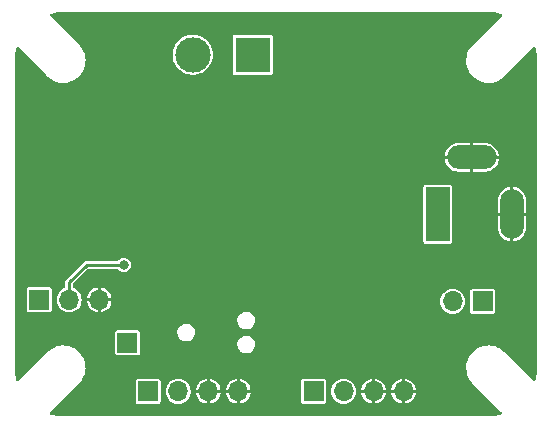
<source format=gbr>
%TF.GenerationSoftware,KiCad,Pcbnew,(7.0.0)*%
%TF.CreationDate,2023-03-04T14:16:48-06:00*%
%TF.ProjectId,pic16-pump-controller,70696331-362d-4707-956d-702d636f6e74,rev?*%
%TF.SameCoordinates,Original*%
%TF.FileFunction,Copper,L2,Bot*%
%TF.FilePolarity,Positive*%
%FSLAX46Y46*%
G04 Gerber Fmt 4.6, Leading zero omitted, Abs format (unit mm)*
G04 Created by KiCad (PCBNEW (7.0.0)) date 2023-03-04 14:16:48*
%MOMM*%
%LPD*%
G01*
G04 APERTURE LIST*
%TA.AperFunction,ComponentPad*%
%ADD10R,1.700000X1.700000*%
%TD*%
%TA.AperFunction,ComponentPad*%
%ADD11O,1.700000X1.700000*%
%TD*%
%TA.AperFunction,ComponentPad*%
%ADD12R,3.000000X3.000000*%
%TD*%
%TA.AperFunction,ComponentPad*%
%ADD13C,3.000000*%
%TD*%
%TA.AperFunction,ComponentPad*%
%ADD14R,2.000000X4.600000*%
%TD*%
%TA.AperFunction,ComponentPad*%
%ADD15O,2.000000X4.200000*%
%TD*%
%TA.AperFunction,ComponentPad*%
%ADD16O,4.200000X2.000000*%
%TD*%
%TA.AperFunction,ViaPad*%
%ADD17C,0.800000*%
%TD*%
%TA.AperFunction,Conductor*%
%ADD18C,0.254000*%
%TD*%
G04 APERTURE END LIST*
D10*
%TO.P,TP1,1,1*%
%TO.N,RST*%
X87426799Y-110896399D03*
%TD*%
D11*
%TO.P,JP1,2,B*%
%TO.N,+5V*%
X114959999Y-107391199D03*
D10*
%TO.P,JP1,1,A*%
%TO.N,/VIN*%
X117499999Y-107391199D03*
%TD*%
%TO.P,J6,1,Pin_1*%
%TO.N,SOIL_MST*%
X79959999Y-107249999D03*
D11*
%TO.P,J6,2,Pin_2*%
%TO.N,+5V*%
X82499999Y-107249999D03*
%TO.P,J6,3,Pin_3*%
%TO.N,GND*%
X85039999Y-107249999D03*
%TD*%
D10*
%TO.P,J4,1,Pin_1*%
%TO.N,+5V*%
X103189999Y-114999999D03*
D11*
%TO.P,J4,2,Pin_2*%
%TO.N,LVL_SW2*%
X105729999Y-114999999D03*
%TO.P,J4,3,Pin_3*%
%TO.N,GND*%
X108269999Y-114999999D03*
%TO.P,J4,4,Pin_4*%
X110809999Y-114999999D03*
%TD*%
D10*
%TO.P,J3,1,Pin_1*%
%TO.N,+5V*%
X89189999Y-114999999D03*
D11*
%TO.P,J3,2,Pin_2*%
%TO.N,LVL_SW1*%
X91729999Y-114999999D03*
%TO.P,J3,3,Pin_3*%
%TO.N,GND*%
X94269999Y-114999999D03*
%TO.P,J3,4,Pin_4*%
X96809999Y-114999999D03*
%TD*%
D12*
%TO.P,J1,1,Pin_1*%
%TO.N,+12V*%
X98039999Y-86499999D03*
D13*
%TO.P,J1,2,Pin_2*%
%TO.N,/PUMP_N*%
X92960000Y-86500000D03*
%TD*%
D14*
%TO.P,J2,1*%
%TO.N,/VIN*%
X113690399Y-99999999D03*
D15*
%TO.P,J2,2*%
%TO.N,GND*%
X119990399Y-99999999D03*
D16*
%TO.P,J2,3*%
X116590399Y-95199999D03*
%TD*%
D17*
%TO.N,GND*%
X78486000Y-96012000D03*
X78435200Y-103987600D03*
%TO.N,+5V*%
X87122000Y-104292400D03*
%TO.N,GND*%
X101041200Y-93827600D03*
X105257600Y-101981000D03*
X105257600Y-104648000D03*
X105257600Y-103284000D03*
X102235000Y-104648000D03*
X102235000Y-101981000D03*
X102514400Y-84505000D03*
X102514400Y-83667600D03*
X102514400Y-85344000D03*
X109474000Y-84505000D03*
X109474000Y-83667600D03*
X109474000Y-85344000D03*
X108508800Y-83668400D03*
X108508800Y-84505800D03*
X108508800Y-85344800D03*
X106857800Y-86106000D03*
X107721400Y-86106000D03*
X105130600Y-86106000D03*
X105994200Y-86106000D03*
X104267000Y-86106000D03*
X103479600Y-83667600D03*
X103479600Y-85344000D03*
X103479600Y-84505000D03*
X107862400Y-96647000D03*
X108726000Y-96647000D03*
X105562400Y-89154000D03*
X106426000Y-89154000D03*
X106426000Y-92456000D03*
X105562400Y-92456000D03*
X102235000Y-103284000D03*
X87147400Y-102565200D03*
X106908600Y-107696000D03*
X101320600Y-108839000D03*
X94945200Y-111760000D03*
X87706200Y-97053400D03*
X87172800Y-98958400D03*
X90500200Y-91998800D03*
X99187000Y-98958400D03*
%TD*%
D18*
%TO.N,+5V*%
X82500000Y-105764800D02*
X82500000Y-107250000D01*
X83972400Y-104292400D02*
X82500000Y-105764800D01*
X87122000Y-104292400D02*
X83972400Y-104292400D01*
%TD*%
%TA.AperFunction,Conductor*%
%TO.N,GND*%
G36*
X118001618Y-82881552D02*
G01*
X118266128Y-82890212D01*
X118272591Y-82890636D01*
X118326008Y-82895896D01*
X118534344Y-82916416D01*
X118540749Y-82917258D01*
X118800287Y-82960108D01*
X118806633Y-82961371D01*
X119054252Y-83019108D01*
X119076712Y-83027311D01*
X119091124Y-83034654D01*
X119123119Y-83060563D01*
X119127643Y-83066150D01*
X119146332Y-83102833D01*
X119148192Y-83109776D01*
X119150346Y-83150874D01*
X119149222Y-83157974D01*
X119134468Y-83196415D01*
X119124772Y-83211345D01*
X119111746Y-83227429D01*
X116647685Y-85691390D01*
X116647672Y-85691403D01*
X116647191Y-85691885D01*
X116647058Y-85692070D01*
X116646743Y-85692412D01*
X116580967Y-85758190D01*
X116580953Y-85758205D01*
X116578576Y-85760583D01*
X116576537Y-85763270D01*
X116576535Y-85763274D01*
X116425090Y-85962983D01*
X116425084Y-85962992D01*
X116423048Y-85965677D01*
X116421393Y-85968620D01*
X116421390Y-85968625D01*
X116298557Y-86187083D01*
X116298551Y-86187095D01*
X116296896Y-86190039D01*
X116295659Y-86193173D01*
X116295654Y-86193186D01*
X116203709Y-86426342D01*
X116203704Y-86426355D01*
X116202469Y-86429489D01*
X116201669Y-86432771D01*
X116201667Y-86432778D01*
X116142326Y-86676285D01*
X116142324Y-86676296D01*
X116141527Y-86679567D01*
X116141182Y-86682916D01*
X116141181Y-86682926D01*
X116115549Y-86932253D01*
X116115204Y-86935613D01*
X116115319Y-86938984D01*
X116115319Y-86938990D01*
X116117611Y-87006083D01*
X116123992Y-87192859D01*
X116124566Y-87196193D01*
X116124567Y-87196194D01*
X116167151Y-87443182D01*
X116167153Y-87443191D01*
X116167726Y-87446513D01*
X116245593Y-87691849D01*
X116356140Y-87924296D01*
X116357992Y-87927120D01*
X116357994Y-87927123D01*
X116495285Y-88136441D01*
X116497309Y-88139526D01*
X116666471Y-88333529D01*
X116860474Y-88502691D01*
X117075704Y-88643860D01*
X117308151Y-88754407D01*
X117553487Y-88832274D01*
X117807141Y-88876008D01*
X118064387Y-88884796D01*
X118320433Y-88858473D01*
X118570511Y-88797531D01*
X118809961Y-88703104D01*
X119034323Y-88576952D01*
X119239417Y-88421424D01*
X119285166Y-88375673D01*
X119285341Y-88375525D01*
X119285453Y-88375472D01*
X121772567Y-85888253D01*
X121788638Y-85875239D01*
X121803592Y-85865528D01*
X121842013Y-85850781D01*
X121849114Y-85849656D01*
X121890224Y-85851808D01*
X121897171Y-85853670D01*
X121933856Y-85872364D01*
X121939443Y-85876889D01*
X121965342Y-85908872D01*
X121972686Y-85923286D01*
X121980891Y-85945750D01*
X122038626Y-86193362D01*
X122039890Y-86199716D01*
X122082738Y-86459239D01*
X122083583Y-86465663D01*
X122109362Y-86727408D01*
X122109786Y-86733871D01*
X122118447Y-86998411D01*
X122118500Y-87001651D01*
X122118500Y-112998380D01*
X122118447Y-113001620D01*
X122109787Y-113266128D01*
X122109363Y-113272591D01*
X122083584Y-113534336D01*
X122082739Y-113540760D01*
X122039891Y-113800283D01*
X122038627Y-113806636D01*
X121980893Y-114054246D01*
X121972687Y-114076714D01*
X121965342Y-114091128D01*
X121939441Y-114123114D01*
X121933855Y-114127638D01*
X121897166Y-114146332D01*
X121890223Y-114148192D01*
X121849125Y-114150346D01*
X121842025Y-114149222D01*
X121803586Y-114134468D01*
X121788654Y-114124771D01*
X121772568Y-114111745D01*
X121742157Y-114081333D01*
X119308115Y-111647191D01*
X119307922Y-111647053D01*
X119307578Y-111646736D01*
X119241811Y-111580970D01*
X119239417Y-111578576D01*
X119129806Y-111495455D01*
X119037016Y-111425090D01*
X119037014Y-111425088D01*
X119034323Y-111423048D01*
X118912741Y-111354686D01*
X118812916Y-111298557D01*
X118812910Y-111298554D01*
X118809961Y-111296896D01*
X118806820Y-111295657D01*
X118806813Y-111295654D01*
X118573657Y-111203709D01*
X118573648Y-111203706D01*
X118570511Y-111202469D01*
X118567224Y-111201668D01*
X118567221Y-111201667D01*
X118323714Y-111142326D01*
X118323706Y-111142324D01*
X118320433Y-111141527D01*
X118317081Y-111141182D01*
X118317073Y-111141181D01*
X118067746Y-111115549D01*
X118067741Y-111115548D01*
X118064387Y-111115204D01*
X118061014Y-111115319D01*
X118061009Y-111115319D01*
X117810529Y-111123876D01*
X117810525Y-111123876D01*
X117807141Y-111123992D01*
X117803807Y-111124566D01*
X117803805Y-111124567D01*
X117556817Y-111167151D01*
X117556805Y-111167153D01*
X117553487Y-111167726D01*
X117550266Y-111168748D01*
X117550259Y-111168750D01*
X117311373Y-111244570D01*
X117311368Y-111244571D01*
X117308151Y-111245593D01*
X117305102Y-111247042D01*
X117305097Y-111247045D01*
X117078760Y-111354686D01*
X117078752Y-111354690D01*
X117075704Y-111356140D01*
X117072885Y-111357988D01*
X117072876Y-111357994D01*
X116863299Y-111495455D01*
X116863288Y-111495463D01*
X116860474Y-111497309D01*
X116857934Y-111499523D01*
X116857927Y-111499529D01*
X116669024Y-111664244D01*
X116669016Y-111664251D01*
X116666471Y-111666471D01*
X116664251Y-111669016D01*
X116664244Y-111669024D01*
X116499529Y-111857927D01*
X116499523Y-111857934D01*
X116497309Y-111860474D01*
X116495463Y-111863288D01*
X116495455Y-111863299D01*
X116357994Y-112072876D01*
X116357988Y-112072885D01*
X116356140Y-112075704D01*
X116354690Y-112078752D01*
X116354686Y-112078760D01*
X116247045Y-112305097D01*
X116245593Y-112308151D01*
X116244571Y-112311368D01*
X116244570Y-112311373D01*
X116168750Y-112550259D01*
X116168748Y-112550266D01*
X116167726Y-112553487D01*
X116167153Y-112556805D01*
X116167151Y-112556817D01*
X116124567Y-112803805D01*
X116123992Y-112807141D01*
X116123876Y-112810525D01*
X116123876Y-112810529D01*
X116116324Y-113031611D01*
X116115204Y-113064387D01*
X116115548Y-113067741D01*
X116115549Y-113067746D01*
X116141181Y-113317073D01*
X116141182Y-113317081D01*
X116141527Y-113320433D01*
X116142324Y-113323706D01*
X116142326Y-113323714D01*
X116180102Y-113478727D01*
X116202469Y-113570511D01*
X116203706Y-113573648D01*
X116203709Y-113573657D01*
X116295654Y-113806813D01*
X116295657Y-113806820D01*
X116296896Y-113809961D01*
X116298554Y-113812910D01*
X116298557Y-113812916D01*
X116375887Y-113950447D01*
X116423048Y-114034323D01*
X116425088Y-114037014D01*
X116425090Y-114037016D01*
X116447029Y-114065947D01*
X116578576Y-114239417D01*
X116580967Y-114241808D01*
X116624323Y-114285164D01*
X116624473Y-114285341D01*
X116624528Y-114285453D01*
X119097750Y-116758573D01*
X119111739Y-116772561D01*
X119124763Y-116788643D01*
X119134468Y-116803587D01*
X119149221Y-116842024D01*
X119150345Y-116849123D01*
X119148190Y-116890227D01*
X119146330Y-116897169D01*
X119127637Y-116933854D01*
X119123113Y-116939440D01*
X119091125Y-116965342D01*
X119076710Y-116972687D01*
X119054245Y-116980892D01*
X118806637Y-117038626D01*
X118800283Y-117039890D01*
X118540760Y-117082738D01*
X118534336Y-117083583D01*
X118272591Y-117109362D01*
X118266128Y-117109786D01*
X118006842Y-117118274D01*
X118001587Y-117118447D01*
X117998349Y-117118500D01*
X82001620Y-117118500D01*
X81998382Y-117118447D01*
X81988678Y-117118129D01*
X81733871Y-117109787D01*
X81727408Y-117109363D01*
X81465663Y-117083584D01*
X81459239Y-117082739D01*
X81199716Y-117039891D01*
X81193363Y-117038627D01*
X80945750Y-116980892D01*
X80923285Y-116972687D01*
X80913767Y-116967837D01*
X80908871Y-116965343D01*
X80876888Y-116939444D01*
X80872363Y-116933857D01*
X80853668Y-116897169D01*
X80851806Y-116890221D01*
X80849653Y-116849125D01*
X80849653Y-116849123D01*
X80850778Y-116842022D01*
X80865530Y-116803587D01*
X80875228Y-116788653D01*
X80888249Y-116772572D01*
X81791110Y-115869748D01*
X88139500Y-115869748D01*
X88140446Y-115874506D01*
X88140447Y-115874511D01*
X88141534Y-115879976D01*
X88151133Y-115928231D01*
X88156550Y-115936338D01*
X88156551Y-115936340D01*
X88190028Y-115986441D01*
X88195448Y-115994552D01*
X88261769Y-116038867D01*
X88320252Y-116050500D01*
X90054890Y-116050500D01*
X90059748Y-116050500D01*
X90118231Y-116038867D01*
X90184552Y-115994552D01*
X90228867Y-115928231D01*
X90240500Y-115869748D01*
X90240500Y-115000000D01*
X90674417Y-115000000D01*
X90694700Y-115205934D01*
X90754768Y-115403954D01*
X90757062Y-115408246D01*
X90757063Y-115408248D01*
X90850023Y-115582163D01*
X90850025Y-115582166D01*
X90852315Y-115586450D01*
X90983590Y-115746410D01*
X91143550Y-115877685D01*
X91326046Y-115975232D01*
X91524066Y-116035300D01*
X91730000Y-116055583D01*
X91935934Y-116035300D01*
X92133954Y-115975232D01*
X92316450Y-115877685D01*
X92476410Y-115746410D01*
X92607685Y-115586450D01*
X92705232Y-115403954D01*
X92765300Y-115205934D01*
X92771716Y-115140791D01*
X93228785Y-115140791D01*
X93234714Y-115200992D01*
X93236604Y-115210492D01*
X93293819Y-115399105D01*
X93297526Y-115408054D01*
X93390440Y-115581884D01*
X93395815Y-115589929D01*
X93520855Y-115742290D01*
X93527709Y-115749144D01*
X93680070Y-115874184D01*
X93688115Y-115879559D01*
X93861945Y-115972473D01*
X93870894Y-115976180D01*
X94059507Y-116033395D01*
X94069007Y-116035285D01*
X94129208Y-116041214D01*
X94139990Y-116039252D01*
X94143000Y-116028714D01*
X94397000Y-116028714D01*
X94400009Y-116039252D01*
X94410791Y-116041214D01*
X94470992Y-116035285D01*
X94480492Y-116033395D01*
X94669105Y-115976180D01*
X94678054Y-115972473D01*
X94851884Y-115879559D01*
X94859929Y-115874184D01*
X95012290Y-115749144D01*
X95019144Y-115742290D01*
X95144184Y-115589929D01*
X95149559Y-115581884D01*
X95242473Y-115408054D01*
X95246180Y-115399105D01*
X95303395Y-115210492D01*
X95305285Y-115200992D01*
X95311214Y-115140791D01*
X95768785Y-115140791D01*
X95774714Y-115200992D01*
X95776604Y-115210492D01*
X95833819Y-115399105D01*
X95837526Y-115408054D01*
X95930440Y-115581884D01*
X95935815Y-115589929D01*
X96060855Y-115742290D01*
X96067709Y-115749144D01*
X96220070Y-115874184D01*
X96228115Y-115879559D01*
X96401945Y-115972473D01*
X96410894Y-115976180D01*
X96599507Y-116033395D01*
X96609007Y-116035285D01*
X96669208Y-116041214D01*
X96679990Y-116039252D01*
X96683000Y-116028714D01*
X96937000Y-116028714D01*
X96940009Y-116039252D01*
X96950791Y-116041214D01*
X97010992Y-116035285D01*
X97020492Y-116033395D01*
X97209105Y-115976180D01*
X97218054Y-115972473D01*
X97391884Y-115879559D01*
X97399929Y-115874184D01*
X97405334Y-115869748D01*
X102139500Y-115869748D01*
X102140446Y-115874506D01*
X102140447Y-115874511D01*
X102141534Y-115879976D01*
X102151133Y-115928231D01*
X102156550Y-115936338D01*
X102156551Y-115936340D01*
X102190028Y-115986441D01*
X102195448Y-115994552D01*
X102261769Y-116038867D01*
X102320252Y-116050500D01*
X104054890Y-116050500D01*
X104059748Y-116050500D01*
X104118231Y-116038867D01*
X104184552Y-115994552D01*
X104228867Y-115928231D01*
X104240500Y-115869748D01*
X104240500Y-115000000D01*
X104674417Y-115000000D01*
X104694700Y-115205934D01*
X104754768Y-115403954D01*
X104757062Y-115408246D01*
X104757063Y-115408248D01*
X104850023Y-115582163D01*
X104850025Y-115582166D01*
X104852315Y-115586450D01*
X104983590Y-115746410D01*
X105143550Y-115877685D01*
X105326046Y-115975232D01*
X105524066Y-116035300D01*
X105730000Y-116055583D01*
X105935934Y-116035300D01*
X106133954Y-115975232D01*
X106316450Y-115877685D01*
X106476410Y-115746410D01*
X106607685Y-115586450D01*
X106705232Y-115403954D01*
X106765300Y-115205934D01*
X106771716Y-115140791D01*
X107228785Y-115140791D01*
X107234714Y-115200992D01*
X107236604Y-115210492D01*
X107293819Y-115399105D01*
X107297526Y-115408054D01*
X107390440Y-115581884D01*
X107395815Y-115589929D01*
X107520855Y-115742290D01*
X107527709Y-115749144D01*
X107680070Y-115874184D01*
X107688115Y-115879559D01*
X107861945Y-115972473D01*
X107870894Y-115976180D01*
X108059507Y-116033395D01*
X108069007Y-116035285D01*
X108129208Y-116041214D01*
X108139990Y-116039252D01*
X108143000Y-116028714D01*
X108397000Y-116028714D01*
X108400009Y-116039252D01*
X108410791Y-116041214D01*
X108470992Y-116035285D01*
X108480492Y-116033395D01*
X108669105Y-115976180D01*
X108678054Y-115972473D01*
X108851884Y-115879559D01*
X108859929Y-115874184D01*
X109012290Y-115749144D01*
X109019144Y-115742290D01*
X109144184Y-115589929D01*
X109149559Y-115581884D01*
X109242473Y-115408054D01*
X109246180Y-115399105D01*
X109303395Y-115210492D01*
X109305285Y-115200992D01*
X109311214Y-115140791D01*
X109768785Y-115140791D01*
X109774714Y-115200992D01*
X109776604Y-115210492D01*
X109833819Y-115399105D01*
X109837526Y-115408054D01*
X109930440Y-115581884D01*
X109935815Y-115589929D01*
X110060855Y-115742290D01*
X110067709Y-115749144D01*
X110220070Y-115874184D01*
X110228115Y-115879559D01*
X110401945Y-115972473D01*
X110410894Y-115976180D01*
X110599507Y-116033395D01*
X110609007Y-116035285D01*
X110669208Y-116041214D01*
X110679990Y-116039252D01*
X110683000Y-116028714D01*
X110937000Y-116028714D01*
X110940009Y-116039252D01*
X110950791Y-116041214D01*
X111010992Y-116035285D01*
X111020492Y-116033395D01*
X111209105Y-115976180D01*
X111218054Y-115972473D01*
X111391884Y-115879559D01*
X111399929Y-115874184D01*
X111552290Y-115749144D01*
X111559144Y-115742290D01*
X111684184Y-115589929D01*
X111689559Y-115581884D01*
X111782473Y-115408054D01*
X111786180Y-115399105D01*
X111843395Y-115210492D01*
X111845285Y-115200992D01*
X111851214Y-115140791D01*
X111849252Y-115130009D01*
X111838714Y-115127000D01*
X110950033Y-115127000D01*
X110939754Y-115129754D01*
X110937000Y-115140033D01*
X110937000Y-116028714D01*
X110683000Y-116028714D01*
X110683000Y-115140033D01*
X110680245Y-115129754D01*
X110669967Y-115127000D01*
X109781286Y-115127000D01*
X109770747Y-115130009D01*
X109768785Y-115140791D01*
X109311214Y-115140791D01*
X109309252Y-115130009D01*
X109298714Y-115127000D01*
X108410033Y-115127000D01*
X108399754Y-115129754D01*
X108397000Y-115140033D01*
X108397000Y-116028714D01*
X108143000Y-116028714D01*
X108143000Y-115140033D01*
X108140245Y-115129754D01*
X108129967Y-115127000D01*
X107241286Y-115127000D01*
X107230747Y-115130009D01*
X107228785Y-115140791D01*
X106771716Y-115140791D01*
X106785583Y-115000000D01*
X106771716Y-114859208D01*
X107228785Y-114859208D01*
X107230747Y-114869990D01*
X107241286Y-114873000D01*
X108129967Y-114873000D01*
X108140245Y-114870245D01*
X108143000Y-114859967D01*
X108397000Y-114859967D01*
X108399754Y-114870245D01*
X108410033Y-114873000D01*
X109298714Y-114873000D01*
X109309252Y-114869990D01*
X109311214Y-114859208D01*
X109768785Y-114859208D01*
X109770747Y-114869990D01*
X109781286Y-114873000D01*
X110669967Y-114873000D01*
X110680245Y-114870245D01*
X110683000Y-114859967D01*
X110937000Y-114859967D01*
X110939754Y-114870245D01*
X110950033Y-114873000D01*
X111838714Y-114873000D01*
X111849252Y-114869990D01*
X111851214Y-114859208D01*
X111845285Y-114799007D01*
X111843395Y-114789507D01*
X111786180Y-114600894D01*
X111782473Y-114591945D01*
X111689559Y-114418115D01*
X111684184Y-114410070D01*
X111559144Y-114257709D01*
X111552290Y-114250855D01*
X111399929Y-114125815D01*
X111391884Y-114120440D01*
X111218054Y-114027526D01*
X111209105Y-114023819D01*
X111020492Y-113966604D01*
X111010992Y-113964714D01*
X110950791Y-113958785D01*
X110940009Y-113960747D01*
X110937000Y-113971286D01*
X110937000Y-114859967D01*
X110683000Y-114859967D01*
X110683000Y-113971286D01*
X110679990Y-113960747D01*
X110669208Y-113958785D01*
X110609007Y-113964714D01*
X110599507Y-113966604D01*
X110410894Y-114023819D01*
X110401945Y-114027526D01*
X110228115Y-114120440D01*
X110220070Y-114125815D01*
X110067709Y-114250855D01*
X110060855Y-114257709D01*
X109935815Y-114410070D01*
X109930440Y-114418115D01*
X109837526Y-114591945D01*
X109833819Y-114600894D01*
X109776604Y-114789507D01*
X109774714Y-114799007D01*
X109768785Y-114859208D01*
X109311214Y-114859208D01*
X109305285Y-114799007D01*
X109303395Y-114789507D01*
X109246180Y-114600894D01*
X109242473Y-114591945D01*
X109149559Y-114418115D01*
X109144184Y-114410070D01*
X109019144Y-114257709D01*
X109012290Y-114250855D01*
X108859929Y-114125815D01*
X108851884Y-114120440D01*
X108678054Y-114027526D01*
X108669105Y-114023819D01*
X108480492Y-113966604D01*
X108470992Y-113964714D01*
X108410791Y-113958785D01*
X108400009Y-113960747D01*
X108397000Y-113971286D01*
X108397000Y-114859967D01*
X108143000Y-114859967D01*
X108143000Y-113971286D01*
X108139990Y-113960747D01*
X108129208Y-113958785D01*
X108069007Y-113964714D01*
X108059507Y-113966604D01*
X107870894Y-114023819D01*
X107861945Y-114027526D01*
X107688115Y-114120440D01*
X107680070Y-114125815D01*
X107527709Y-114250855D01*
X107520855Y-114257709D01*
X107395815Y-114410070D01*
X107390440Y-114418115D01*
X107297526Y-114591945D01*
X107293819Y-114600894D01*
X107236604Y-114789507D01*
X107234714Y-114799007D01*
X107228785Y-114859208D01*
X106771716Y-114859208D01*
X106765300Y-114794066D01*
X106705232Y-114596046D01*
X106607685Y-114413550D01*
X106476410Y-114253590D01*
X106354617Y-114153638D01*
X106320208Y-114125399D01*
X106320207Y-114125398D01*
X106316450Y-114122315D01*
X106312166Y-114120025D01*
X106312163Y-114120023D01*
X106138248Y-114027063D01*
X106138246Y-114027062D01*
X106133954Y-114024768D01*
X106129293Y-114023354D01*
X105940590Y-113966112D01*
X105940586Y-113966111D01*
X105935934Y-113964700D01*
X105730000Y-113944417D01*
X105725157Y-113944894D01*
X105528908Y-113964223D01*
X105528907Y-113964223D01*
X105524066Y-113964700D01*
X105519415Y-113966110D01*
X105519409Y-113966112D01*
X105330706Y-114023354D01*
X105330702Y-114023355D01*
X105326046Y-114024768D01*
X105321757Y-114027060D01*
X105321751Y-114027063D01*
X105147836Y-114120023D01*
X105147828Y-114120028D01*
X105143550Y-114122315D01*
X105139796Y-114125394D01*
X105139791Y-114125399D01*
X104987354Y-114250500D01*
X104987348Y-114250505D01*
X104983590Y-114253590D01*
X104980505Y-114257348D01*
X104980500Y-114257354D01*
X104855399Y-114409791D01*
X104855394Y-114409796D01*
X104852315Y-114413550D01*
X104850028Y-114417828D01*
X104850023Y-114417836D01*
X104757063Y-114591751D01*
X104757060Y-114591757D01*
X104754768Y-114596046D01*
X104753355Y-114600702D01*
X104753354Y-114600706D01*
X104696112Y-114789409D01*
X104696110Y-114789415D01*
X104694700Y-114794066D01*
X104674417Y-115000000D01*
X104240500Y-115000000D01*
X104240500Y-114130252D01*
X104228867Y-114071769D01*
X104184552Y-114005448D01*
X104126419Y-113966604D01*
X104126340Y-113966551D01*
X104126338Y-113966550D01*
X104118231Y-113961133D01*
X104108667Y-113959230D01*
X104108666Y-113959230D01*
X104064511Y-113950447D01*
X104064506Y-113950446D01*
X104059748Y-113949500D01*
X102320252Y-113949500D01*
X102315494Y-113950446D01*
X102315488Y-113950447D01*
X102271333Y-113959230D01*
X102271330Y-113959231D01*
X102261769Y-113961133D01*
X102253663Y-113966549D01*
X102253659Y-113966551D01*
X102203558Y-114000028D01*
X102203555Y-114000030D01*
X102195448Y-114005448D01*
X102190030Y-114013555D01*
X102190028Y-114013558D01*
X102156551Y-114063659D01*
X102156549Y-114063663D01*
X102151133Y-114071769D01*
X102149231Y-114081330D01*
X102149230Y-114081333D01*
X102140447Y-114125488D01*
X102140446Y-114125494D01*
X102139500Y-114130252D01*
X102139500Y-115869748D01*
X97405334Y-115869748D01*
X97552290Y-115749144D01*
X97559144Y-115742290D01*
X97684184Y-115589929D01*
X97689559Y-115581884D01*
X97782473Y-115408054D01*
X97786180Y-115399105D01*
X97843395Y-115210492D01*
X97845285Y-115200992D01*
X97851214Y-115140791D01*
X97849252Y-115130009D01*
X97838714Y-115127000D01*
X96950033Y-115127000D01*
X96939754Y-115129754D01*
X96937000Y-115140033D01*
X96937000Y-116028714D01*
X96683000Y-116028714D01*
X96683000Y-115140033D01*
X96680245Y-115129754D01*
X96669967Y-115127000D01*
X95781286Y-115127000D01*
X95770747Y-115130009D01*
X95768785Y-115140791D01*
X95311214Y-115140791D01*
X95309252Y-115130009D01*
X95298714Y-115127000D01*
X94410033Y-115127000D01*
X94399754Y-115129754D01*
X94397000Y-115140033D01*
X94397000Y-116028714D01*
X94143000Y-116028714D01*
X94143000Y-115140033D01*
X94140245Y-115129754D01*
X94129967Y-115127000D01*
X93241286Y-115127000D01*
X93230747Y-115130009D01*
X93228785Y-115140791D01*
X92771716Y-115140791D01*
X92785583Y-115000000D01*
X92771716Y-114859208D01*
X93228785Y-114859208D01*
X93230747Y-114869990D01*
X93241286Y-114873000D01*
X94129967Y-114873000D01*
X94140245Y-114870245D01*
X94143000Y-114859967D01*
X94397000Y-114859967D01*
X94399754Y-114870245D01*
X94410033Y-114873000D01*
X95298714Y-114873000D01*
X95309252Y-114869990D01*
X95311214Y-114859208D01*
X95768785Y-114859208D01*
X95770747Y-114869990D01*
X95781286Y-114873000D01*
X96669967Y-114873000D01*
X96680245Y-114870245D01*
X96683000Y-114859967D01*
X96937000Y-114859967D01*
X96939754Y-114870245D01*
X96950033Y-114873000D01*
X97838714Y-114873000D01*
X97849252Y-114869990D01*
X97851214Y-114859208D01*
X97845285Y-114799007D01*
X97843395Y-114789507D01*
X97786180Y-114600894D01*
X97782473Y-114591945D01*
X97689559Y-114418115D01*
X97684184Y-114410070D01*
X97559144Y-114257709D01*
X97552290Y-114250855D01*
X97399929Y-114125815D01*
X97391884Y-114120440D01*
X97218054Y-114027526D01*
X97209105Y-114023819D01*
X97020492Y-113966604D01*
X97010992Y-113964714D01*
X96950791Y-113958785D01*
X96940009Y-113960747D01*
X96937000Y-113971286D01*
X96937000Y-114859967D01*
X96683000Y-114859967D01*
X96683000Y-113971286D01*
X96679990Y-113960747D01*
X96669208Y-113958785D01*
X96609007Y-113964714D01*
X96599507Y-113966604D01*
X96410894Y-114023819D01*
X96401945Y-114027526D01*
X96228115Y-114120440D01*
X96220070Y-114125815D01*
X96067709Y-114250855D01*
X96060855Y-114257709D01*
X95935815Y-114410070D01*
X95930440Y-114418115D01*
X95837526Y-114591945D01*
X95833819Y-114600894D01*
X95776604Y-114789507D01*
X95774714Y-114799007D01*
X95768785Y-114859208D01*
X95311214Y-114859208D01*
X95305285Y-114799007D01*
X95303395Y-114789507D01*
X95246180Y-114600894D01*
X95242473Y-114591945D01*
X95149559Y-114418115D01*
X95144184Y-114410070D01*
X95019144Y-114257709D01*
X95012290Y-114250855D01*
X94859929Y-114125815D01*
X94851884Y-114120440D01*
X94678054Y-114027526D01*
X94669105Y-114023819D01*
X94480492Y-113966604D01*
X94470992Y-113964714D01*
X94410791Y-113958785D01*
X94400009Y-113960747D01*
X94397000Y-113971286D01*
X94397000Y-114859967D01*
X94143000Y-114859967D01*
X94143000Y-113971286D01*
X94139990Y-113960747D01*
X94129208Y-113958785D01*
X94069007Y-113964714D01*
X94059507Y-113966604D01*
X93870894Y-114023819D01*
X93861945Y-114027526D01*
X93688115Y-114120440D01*
X93680070Y-114125815D01*
X93527709Y-114250855D01*
X93520855Y-114257709D01*
X93395815Y-114410070D01*
X93390440Y-114418115D01*
X93297526Y-114591945D01*
X93293819Y-114600894D01*
X93236604Y-114789507D01*
X93234714Y-114799007D01*
X93228785Y-114859208D01*
X92771716Y-114859208D01*
X92765300Y-114794066D01*
X92705232Y-114596046D01*
X92607685Y-114413550D01*
X92476410Y-114253590D01*
X92354617Y-114153638D01*
X92320208Y-114125399D01*
X92320207Y-114125398D01*
X92316450Y-114122315D01*
X92312166Y-114120025D01*
X92312163Y-114120023D01*
X92138248Y-114027063D01*
X92138246Y-114027062D01*
X92133954Y-114024768D01*
X92129293Y-114023354D01*
X91940590Y-113966112D01*
X91940586Y-113966111D01*
X91935934Y-113964700D01*
X91730000Y-113944417D01*
X91725157Y-113944894D01*
X91528908Y-113964223D01*
X91528907Y-113964223D01*
X91524066Y-113964700D01*
X91519415Y-113966110D01*
X91519409Y-113966112D01*
X91330706Y-114023354D01*
X91330702Y-114023355D01*
X91326046Y-114024768D01*
X91321757Y-114027060D01*
X91321751Y-114027063D01*
X91147836Y-114120023D01*
X91147828Y-114120028D01*
X91143550Y-114122315D01*
X91139796Y-114125394D01*
X91139791Y-114125399D01*
X90987354Y-114250500D01*
X90987348Y-114250505D01*
X90983590Y-114253590D01*
X90980505Y-114257348D01*
X90980500Y-114257354D01*
X90855399Y-114409791D01*
X90855394Y-114409796D01*
X90852315Y-114413550D01*
X90850028Y-114417828D01*
X90850023Y-114417836D01*
X90757063Y-114591751D01*
X90757060Y-114591757D01*
X90754768Y-114596046D01*
X90753355Y-114600702D01*
X90753354Y-114600706D01*
X90696112Y-114789409D01*
X90696110Y-114789415D01*
X90694700Y-114794066D01*
X90674417Y-115000000D01*
X90240500Y-115000000D01*
X90240500Y-114130252D01*
X90228867Y-114071769D01*
X90184552Y-114005448D01*
X90126419Y-113966604D01*
X90126340Y-113966551D01*
X90126338Y-113966550D01*
X90118231Y-113961133D01*
X90108667Y-113959230D01*
X90108666Y-113959230D01*
X90064511Y-113950447D01*
X90064506Y-113950446D01*
X90059748Y-113949500D01*
X88320252Y-113949500D01*
X88315494Y-113950446D01*
X88315488Y-113950447D01*
X88271333Y-113959230D01*
X88271330Y-113959231D01*
X88261769Y-113961133D01*
X88253663Y-113966549D01*
X88253659Y-113966551D01*
X88203558Y-114000028D01*
X88203555Y-114000030D01*
X88195448Y-114005448D01*
X88190030Y-114013555D01*
X88190028Y-114013558D01*
X88156551Y-114063659D01*
X88156549Y-114063663D01*
X88151133Y-114071769D01*
X88149231Y-114081330D01*
X88149230Y-114081333D01*
X88140447Y-114125488D01*
X88140446Y-114125494D01*
X88139500Y-114130252D01*
X88139500Y-115869748D01*
X81791110Y-115869748D01*
X83352808Y-114308115D01*
X83352948Y-114307916D01*
X83353233Y-114307606D01*
X83421424Y-114239417D01*
X83576952Y-114034323D01*
X83703104Y-113809961D01*
X83797531Y-113570511D01*
X83858473Y-113320433D01*
X83884796Y-113064387D01*
X83883676Y-113031611D01*
X83879266Y-112902516D01*
X83876008Y-112807141D01*
X83832274Y-112553487D01*
X83754407Y-112308151D01*
X83643860Y-112075704D01*
X83526236Y-111896371D01*
X83504544Y-111863299D01*
X83504543Y-111863298D01*
X83502691Y-111860474D01*
X83420443Y-111766148D01*
X86376300Y-111766148D01*
X86377246Y-111770906D01*
X86377247Y-111770911D01*
X86381959Y-111794600D01*
X86387933Y-111824631D01*
X86393350Y-111832738D01*
X86393351Y-111832740D01*
X86426828Y-111882841D01*
X86432248Y-111890952D01*
X86498569Y-111935267D01*
X86557052Y-111946900D01*
X88291690Y-111946900D01*
X88296548Y-111946900D01*
X88355031Y-111935267D01*
X88421352Y-111890952D01*
X88465667Y-111824631D01*
X88477300Y-111766148D01*
X88477300Y-111092460D01*
X96735593Y-111092460D01*
X96736593Y-111098134D01*
X96736594Y-111098141D01*
X96762415Y-111244570D01*
X96765868Y-111264154D01*
X96768149Y-111269443D01*
X96768151Y-111269448D01*
X96832636Y-111418942D01*
X96832638Y-111418945D01*
X96834921Y-111424238D01*
X96939032Y-111564083D01*
X97072586Y-111676149D01*
X97228385Y-111754394D01*
X97398029Y-111794600D01*
X97525752Y-111794600D01*
X97528636Y-111794600D01*
X97658364Y-111779437D01*
X97822193Y-111719808D01*
X97967854Y-111624005D01*
X98087496Y-111497193D01*
X98174667Y-111346207D01*
X98224669Y-111179188D01*
X98234807Y-111005140D01*
X98204532Y-110833446D01*
X98135479Y-110673362D01*
X98031368Y-110533517D01*
X97897814Y-110421451D01*
X97871505Y-110408238D01*
X97747169Y-110345794D01*
X97747165Y-110345792D01*
X97742015Y-110343206D01*
X97735233Y-110341598D01*
X97577981Y-110304329D01*
X97577976Y-110304328D01*
X97572371Y-110303000D01*
X97441764Y-110303000D01*
X97438910Y-110303333D01*
X97438902Y-110303334D01*
X97317764Y-110317493D01*
X97317759Y-110317493D01*
X97312036Y-110318163D01*
X97306621Y-110320133D01*
X97306616Y-110320135D01*
X97153622Y-110375820D01*
X97153614Y-110375823D01*
X97148207Y-110377792D01*
X97143394Y-110380957D01*
X97143389Y-110380960D01*
X97007365Y-110470425D01*
X97007362Y-110470427D01*
X97002546Y-110473595D01*
X96998593Y-110477784D01*
X96998588Y-110477789D01*
X96886858Y-110596215D01*
X96886854Y-110596219D01*
X96882904Y-110600407D01*
X96880025Y-110605392D01*
X96880023Y-110605396D01*
X96798612Y-110746405D01*
X96798609Y-110746410D01*
X96795733Y-110751393D01*
X96794082Y-110756906D01*
X96794080Y-110756912D01*
X96747384Y-110912888D01*
X96747382Y-110912894D01*
X96745731Y-110918412D01*
X96745395Y-110924163D01*
X96745395Y-110924169D01*
X96735928Y-111086697D01*
X96735928Y-111086702D01*
X96735593Y-111092460D01*
X88477300Y-111092460D01*
X88477300Y-110076460D01*
X91655593Y-110076460D01*
X91656593Y-110082134D01*
X91656594Y-110082141D01*
X91684867Y-110242478D01*
X91685868Y-110248154D01*
X91688149Y-110253443D01*
X91688151Y-110253448D01*
X91752636Y-110402942D01*
X91752638Y-110402945D01*
X91754921Y-110408238D01*
X91758363Y-110412861D01*
X91758364Y-110412863D01*
X91805519Y-110476203D01*
X91859032Y-110548083D01*
X91992586Y-110660149D01*
X92148385Y-110738394D01*
X92318029Y-110778600D01*
X92445752Y-110778600D01*
X92448636Y-110778600D01*
X92578364Y-110763437D01*
X92742193Y-110703808D01*
X92887854Y-110608005D01*
X93007496Y-110481193D01*
X93094667Y-110330207D01*
X93144669Y-110163188D01*
X93154807Y-109989140D01*
X93124532Y-109817446D01*
X93055479Y-109657362D01*
X92951368Y-109517517D01*
X92817814Y-109405451D01*
X92791505Y-109392238D01*
X92667169Y-109329794D01*
X92667165Y-109329792D01*
X92662015Y-109327206D01*
X92655233Y-109325598D01*
X92497981Y-109288329D01*
X92497976Y-109288328D01*
X92492371Y-109287000D01*
X92361764Y-109287000D01*
X92358910Y-109287333D01*
X92358902Y-109287334D01*
X92237764Y-109301493D01*
X92237759Y-109301493D01*
X92232036Y-109302163D01*
X92226621Y-109304133D01*
X92226616Y-109304135D01*
X92073622Y-109359820D01*
X92073614Y-109359823D01*
X92068207Y-109361792D01*
X92063394Y-109364957D01*
X92063389Y-109364960D01*
X91927365Y-109454425D01*
X91927362Y-109454427D01*
X91922546Y-109457595D01*
X91918593Y-109461784D01*
X91918588Y-109461789D01*
X91806858Y-109580215D01*
X91806854Y-109580219D01*
X91802904Y-109584407D01*
X91800025Y-109589392D01*
X91800023Y-109589396D01*
X91718612Y-109730405D01*
X91718609Y-109730410D01*
X91715733Y-109735393D01*
X91714082Y-109740906D01*
X91714080Y-109740912D01*
X91667384Y-109896888D01*
X91667382Y-109896894D01*
X91665731Y-109902412D01*
X91665395Y-109908163D01*
X91665395Y-109908169D01*
X91655928Y-110070697D01*
X91655928Y-110070702D01*
X91655593Y-110076460D01*
X88477300Y-110076460D01*
X88477300Y-110026652D01*
X88465667Y-109968169D01*
X88421352Y-109901848D01*
X88413241Y-109896428D01*
X88363140Y-109862951D01*
X88363138Y-109862950D01*
X88355031Y-109857533D01*
X88345467Y-109855630D01*
X88345466Y-109855630D01*
X88301311Y-109846847D01*
X88301306Y-109846846D01*
X88296548Y-109845900D01*
X86557052Y-109845900D01*
X86552294Y-109846846D01*
X86552288Y-109846847D01*
X86508133Y-109855630D01*
X86508130Y-109855631D01*
X86498569Y-109857533D01*
X86490463Y-109862949D01*
X86490459Y-109862951D01*
X86440358Y-109896428D01*
X86440355Y-109896430D01*
X86432248Y-109901848D01*
X86426830Y-109909955D01*
X86426828Y-109909958D01*
X86393351Y-109960059D01*
X86393349Y-109960063D01*
X86387933Y-109968169D01*
X86386031Y-109977730D01*
X86386030Y-109977733D01*
X86377247Y-110021888D01*
X86377246Y-110021894D01*
X86376300Y-110026652D01*
X86376300Y-111766148D01*
X83420443Y-111766148D01*
X83333529Y-111666471D01*
X83139526Y-111497309D01*
X83136704Y-111495458D01*
X83136700Y-111495455D01*
X82927123Y-111357994D01*
X82927120Y-111357992D01*
X82924296Y-111356140D01*
X82691849Y-111245593D01*
X82555978Y-111202469D01*
X82449740Y-111168750D01*
X82449737Y-111168749D01*
X82446513Y-111167726D01*
X82443191Y-111167153D01*
X82443182Y-111167151D01*
X82196194Y-111124567D01*
X82196193Y-111124566D01*
X82192859Y-111123992D01*
X82189473Y-111123876D01*
X82189470Y-111123876D01*
X81938990Y-111115319D01*
X81938984Y-111115319D01*
X81935613Y-111115204D01*
X81932259Y-111115548D01*
X81932253Y-111115549D01*
X81682926Y-111141181D01*
X81682916Y-111141182D01*
X81679567Y-111141527D01*
X81676296Y-111142324D01*
X81676285Y-111142326D01*
X81432778Y-111201667D01*
X81432771Y-111201669D01*
X81429489Y-111202469D01*
X81426355Y-111203704D01*
X81426342Y-111203709D01*
X81193186Y-111295654D01*
X81193173Y-111295659D01*
X81190039Y-111296896D01*
X81187095Y-111298551D01*
X81187083Y-111298557D01*
X80968625Y-111421390D01*
X80968620Y-111421393D01*
X80965677Y-111423048D01*
X80962992Y-111425084D01*
X80962983Y-111425090D01*
X80763280Y-111576530D01*
X80763272Y-111576536D01*
X80760583Y-111578576D01*
X80758195Y-111580963D01*
X80758188Y-111580970D01*
X80714831Y-111624326D01*
X80714652Y-111624477D01*
X80714547Y-111624529D01*
X80714300Y-111624775D01*
X80714294Y-111624781D01*
X78227435Y-114111740D01*
X78211352Y-114124764D01*
X78196415Y-114134465D01*
X78157975Y-114149221D01*
X78150876Y-114150345D01*
X78109772Y-114148190D01*
X78102830Y-114146330D01*
X78066151Y-114127642D01*
X78063381Y-114125399D01*
X78060563Y-114123116D01*
X78034655Y-114091123D01*
X78027312Y-114076711D01*
X78019108Y-114054248D01*
X78012877Y-114027526D01*
X77961372Y-113806633D01*
X77960109Y-113800283D01*
X77933901Y-113641545D01*
X77917259Y-113540749D01*
X77916416Y-113534336D01*
X77910345Y-113472698D01*
X77890637Y-113272591D01*
X77890213Y-113266127D01*
X77881553Y-113001588D01*
X77881500Y-112998349D01*
X77881500Y-109060460D01*
X96735593Y-109060460D01*
X96736593Y-109066134D01*
X96736594Y-109066141D01*
X96764867Y-109226478D01*
X96765868Y-109232154D01*
X96768149Y-109237443D01*
X96768151Y-109237448D01*
X96832636Y-109386942D01*
X96832638Y-109386945D01*
X96834921Y-109392238D01*
X96838363Y-109396861D01*
X96838364Y-109396863D01*
X96885519Y-109460203D01*
X96939032Y-109532083D01*
X97072586Y-109644149D01*
X97228385Y-109722394D01*
X97398029Y-109762600D01*
X97525752Y-109762600D01*
X97528636Y-109762600D01*
X97658364Y-109747437D01*
X97822193Y-109687808D01*
X97967854Y-109592005D01*
X98087496Y-109465193D01*
X98174667Y-109314207D01*
X98224669Y-109147188D01*
X98234807Y-108973140D01*
X98204532Y-108801446D01*
X98135479Y-108641362D01*
X98031368Y-108501517D01*
X97897814Y-108389451D01*
X97890449Y-108385752D01*
X97747169Y-108313794D01*
X97747165Y-108313792D01*
X97742015Y-108311206D01*
X97735233Y-108309598D01*
X97577981Y-108272329D01*
X97577976Y-108272328D01*
X97572371Y-108271000D01*
X97441764Y-108271000D01*
X97438910Y-108271333D01*
X97438902Y-108271334D01*
X97317764Y-108285493D01*
X97317759Y-108285493D01*
X97312036Y-108286163D01*
X97306621Y-108288133D01*
X97306616Y-108288135D01*
X97153622Y-108343820D01*
X97153614Y-108343823D01*
X97148207Y-108345792D01*
X97143394Y-108348957D01*
X97143389Y-108348960D01*
X97007365Y-108438425D01*
X97007362Y-108438427D01*
X97002546Y-108441595D01*
X96998593Y-108445784D01*
X96998588Y-108445789D01*
X96886858Y-108564215D01*
X96886854Y-108564219D01*
X96882904Y-108568407D01*
X96880025Y-108573392D01*
X96880023Y-108573396D01*
X96798612Y-108714405D01*
X96798609Y-108714410D01*
X96795733Y-108719393D01*
X96794082Y-108724906D01*
X96794080Y-108724912D01*
X96747384Y-108880888D01*
X96747382Y-108880894D01*
X96745731Y-108886412D01*
X96745395Y-108892163D01*
X96745395Y-108892169D01*
X96735928Y-109054697D01*
X96735928Y-109054702D01*
X96735593Y-109060460D01*
X77881500Y-109060460D01*
X77881500Y-108119748D01*
X78909500Y-108119748D01*
X78910446Y-108124506D01*
X78910447Y-108124511D01*
X78911534Y-108129976D01*
X78921133Y-108178231D01*
X78926550Y-108186338D01*
X78926551Y-108186340D01*
X78960028Y-108236441D01*
X78965448Y-108244552D01*
X79031769Y-108288867D01*
X79090252Y-108300500D01*
X80824890Y-108300500D01*
X80829748Y-108300500D01*
X80888231Y-108288867D01*
X80954552Y-108244552D01*
X80998867Y-108178231D01*
X81010500Y-108119748D01*
X81010500Y-107250000D01*
X81444417Y-107250000D01*
X81464700Y-107455934D01*
X81524768Y-107653954D01*
X81527062Y-107658246D01*
X81527063Y-107658248D01*
X81620023Y-107832163D01*
X81620025Y-107832166D01*
X81622315Y-107836450D01*
X81753590Y-107996410D01*
X81913550Y-108127685D01*
X82096046Y-108225232D01*
X82294066Y-108285300D01*
X82500000Y-108305583D01*
X82705934Y-108285300D01*
X82903954Y-108225232D01*
X83086450Y-108127685D01*
X83246410Y-107996410D01*
X83377685Y-107836450D01*
X83475232Y-107653954D01*
X83535300Y-107455934D01*
X83541716Y-107390791D01*
X83998785Y-107390791D01*
X84004714Y-107450992D01*
X84006604Y-107460492D01*
X84063819Y-107649105D01*
X84067526Y-107658054D01*
X84160440Y-107831884D01*
X84165815Y-107839929D01*
X84290855Y-107992290D01*
X84297709Y-107999144D01*
X84450070Y-108124184D01*
X84458115Y-108129559D01*
X84631945Y-108222473D01*
X84640894Y-108226180D01*
X84829507Y-108283395D01*
X84839007Y-108285285D01*
X84899208Y-108291214D01*
X84909990Y-108289252D01*
X84913000Y-108278714D01*
X85167000Y-108278714D01*
X85170009Y-108289252D01*
X85180791Y-108291214D01*
X85240992Y-108285285D01*
X85250492Y-108283395D01*
X85439105Y-108226180D01*
X85448054Y-108222473D01*
X85621884Y-108129559D01*
X85629929Y-108124184D01*
X85782290Y-107999144D01*
X85789144Y-107992290D01*
X85914184Y-107839929D01*
X85919559Y-107831884D01*
X86012473Y-107658054D01*
X86016180Y-107649105D01*
X86073395Y-107460492D01*
X86075285Y-107450992D01*
X86081174Y-107391200D01*
X113904417Y-107391200D01*
X113924700Y-107597134D01*
X113926111Y-107601786D01*
X113926112Y-107601790D01*
X113983354Y-107790493D01*
X113984768Y-107795154D01*
X113987062Y-107799446D01*
X113987063Y-107799448D01*
X114080023Y-107973363D01*
X114080025Y-107973366D01*
X114082315Y-107977650D01*
X114085398Y-107981407D01*
X114085399Y-107981408D01*
X114202571Y-108124184D01*
X114213590Y-108137610D01*
X114373550Y-108268885D01*
X114377835Y-108271175D01*
X114377836Y-108271176D01*
X114404232Y-108285285D01*
X114556046Y-108366432D01*
X114754066Y-108426500D01*
X114960000Y-108446783D01*
X115165934Y-108426500D01*
X115363954Y-108366432D01*
X115546450Y-108268885D01*
X115556121Y-108260948D01*
X116449500Y-108260948D01*
X116450446Y-108265706D01*
X116450447Y-108265711D01*
X116458378Y-108305583D01*
X116461133Y-108319431D01*
X116466550Y-108327538D01*
X116466551Y-108327540D01*
X116500028Y-108377641D01*
X116505448Y-108385752D01*
X116571769Y-108430067D01*
X116630252Y-108441700D01*
X118364890Y-108441700D01*
X118369748Y-108441700D01*
X118428231Y-108430067D01*
X118494552Y-108385752D01*
X118538867Y-108319431D01*
X118550500Y-108260948D01*
X118550500Y-106521452D01*
X118538867Y-106462969D01*
X118494552Y-106396648D01*
X118486441Y-106391228D01*
X118436340Y-106357751D01*
X118436338Y-106357750D01*
X118428231Y-106352333D01*
X118418667Y-106350430D01*
X118418666Y-106350430D01*
X118374511Y-106341647D01*
X118374506Y-106341646D01*
X118369748Y-106340700D01*
X116630252Y-106340700D01*
X116625494Y-106341646D01*
X116625488Y-106341647D01*
X116581333Y-106350430D01*
X116581330Y-106350431D01*
X116571769Y-106352333D01*
X116563663Y-106357749D01*
X116563659Y-106357751D01*
X116513558Y-106391228D01*
X116513555Y-106391230D01*
X116505448Y-106396648D01*
X116500030Y-106404755D01*
X116500028Y-106404758D01*
X116466551Y-106454859D01*
X116466549Y-106454863D01*
X116461133Y-106462969D01*
X116459231Y-106472530D01*
X116459230Y-106472533D01*
X116450447Y-106516688D01*
X116450446Y-106516694D01*
X116449500Y-106521452D01*
X116449500Y-108260948D01*
X115556121Y-108260948D01*
X115706410Y-108137610D01*
X115837685Y-107977650D01*
X115935232Y-107795154D01*
X115995300Y-107597134D01*
X116015583Y-107391200D01*
X115995300Y-107185266D01*
X115935232Y-106987246D01*
X115837685Y-106804750D01*
X115706410Y-106644790D01*
X115546450Y-106513515D01*
X115542166Y-106511225D01*
X115542163Y-106511223D01*
X115368248Y-106418263D01*
X115368246Y-106418262D01*
X115363954Y-106415968D01*
X115359293Y-106414554D01*
X115170590Y-106357312D01*
X115170586Y-106357311D01*
X115165934Y-106355900D01*
X114960000Y-106335617D01*
X114955157Y-106336094D01*
X114758908Y-106355423D01*
X114758907Y-106355423D01*
X114754066Y-106355900D01*
X114749415Y-106357310D01*
X114749409Y-106357312D01*
X114560706Y-106414554D01*
X114560702Y-106414555D01*
X114556046Y-106415968D01*
X114551757Y-106418260D01*
X114551751Y-106418263D01*
X114377836Y-106511223D01*
X114377828Y-106511228D01*
X114373550Y-106513515D01*
X114369796Y-106516594D01*
X114369791Y-106516599D01*
X114217354Y-106641700D01*
X114217348Y-106641705D01*
X114213590Y-106644790D01*
X114210505Y-106648548D01*
X114210500Y-106648554D01*
X114085399Y-106800991D01*
X114085394Y-106800996D01*
X114082315Y-106804750D01*
X114080028Y-106809028D01*
X114080023Y-106809036D01*
X113987063Y-106982951D01*
X113987060Y-106982957D01*
X113984768Y-106987246D01*
X113983355Y-106991902D01*
X113983354Y-106991906D01*
X113926112Y-107180609D01*
X113926110Y-107180615D01*
X113924700Y-107185266D01*
X113904417Y-107391200D01*
X86081174Y-107391200D01*
X86081214Y-107390791D01*
X86079252Y-107380009D01*
X86068714Y-107377000D01*
X85180033Y-107377000D01*
X85169754Y-107379754D01*
X85167000Y-107390033D01*
X85167000Y-108278714D01*
X84913000Y-108278714D01*
X84913000Y-107390033D01*
X84910245Y-107379754D01*
X84899967Y-107377000D01*
X84011286Y-107377000D01*
X84000747Y-107380009D01*
X83998785Y-107390791D01*
X83541716Y-107390791D01*
X83555583Y-107250000D01*
X83541716Y-107109208D01*
X83998785Y-107109208D01*
X84000747Y-107119990D01*
X84011286Y-107123000D01*
X84899967Y-107123000D01*
X84910245Y-107120245D01*
X84913000Y-107109967D01*
X85167000Y-107109967D01*
X85169754Y-107120245D01*
X85180033Y-107123000D01*
X86068714Y-107123000D01*
X86079252Y-107119990D01*
X86081214Y-107109208D01*
X86075285Y-107049007D01*
X86073395Y-107039507D01*
X86016180Y-106850894D01*
X86012473Y-106841945D01*
X85919559Y-106668115D01*
X85914184Y-106660070D01*
X85789144Y-106507709D01*
X85782290Y-106500855D01*
X85629929Y-106375815D01*
X85621884Y-106370440D01*
X85448054Y-106277526D01*
X85439105Y-106273819D01*
X85250492Y-106216604D01*
X85240992Y-106214714D01*
X85180791Y-106208785D01*
X85170009Y-106210747D01*
X85167000Y-106221286D01*
X85167000Y-107109967D01*
X84913000Y-107109967D01*
X84913000Y-106221286D01*
X84909990Y-106210747D01*
X84899208Y-106208785D01*
X84839007Y-106214714D01*
X84829507Y-106216604D01*
X84640894Y-106273819D01*
X84631945Y-106277526D01*
X84458115Y-106370440D01*
X84450070Y-106375815D01*
X84297709Y-106500855D01*
X84290855Y-106507709D01*
X84165815Y-106660070D01*
X84160440Y-106668115D01*
X84067526Y-106841945D01*
X84063819Y-106850894D01*
X84006604Y-107039507D01*
X84004714Y-107049007D01*
X83998785Y-107109208D01*
X83541716Y-107109208D01*
X83535300Y-107044066D01*
X83475232Y-106846046D01*
X83377685Y-106663550D01*
X83246410Y-106503590D01*
X83086450Y-106372315D01*
X83082166Y-106370025D01*
X83082163Y-106370023D01*
X82908248Y-106277063D01*
X82908246Y-106277062D01*
X82903954Y-106274768D01*
X82897765Y-106272890D01*
X82896568Y-106272225D01*
X82894807Y-106271496D01*
X82894890Y-106271293D01*
X82861227Y-106252587D01*
X82836325Y-106219012D01*
X82827500Y-106178153D01*
X82827500Y-105941462D01*
X82835036Y-105903576D01*
X82856496Y-105871458D01*
X84079058Y-104648896D01*
X84111176Y-104627436D01*
X84149062Y-104619900D01*
X86567563Y-104619900D01*
X86611349Y-104630110D01*
X86646105Y-104658632D01*
X86693718Y-104720682D01*
X86819159Y-104816936D01*
X86965238Y-104877444D01*
X87122000Y-104898082D01*
X87278762Y-104877444D01*
X87424841Y-104816936D01*
X87550282Y-104720682D01*
X87646536Y-104595241D01*
X87707044Y-104449162D01*
X87727682Y-104292400D01*
X87707044Y-104135638D01*
X87646536Y-103989559D01*
X87550282Y-103864118D01*
X87424841Y-103767864D01*
X87418847Y-103765381D01*
X87418845Y-103765380D01*
X87284759Y-103709840D01*
X87284758Y-103709839D01*
X87278762Y-103707356D01*
X87272331Y-103706509D01*
X87272326Y-103706508D01*
X87128434Y-103687565D01*
X87122000Y-103686718D01*
X87115566Y-103687565D01*
X86971673Y-103706508D01*
X86971666Y-103706509D01*
X86965238Y-103707356D01*
X86959243Y-103709839D01*
X86959240Y-103709840D01*
X86825154Y-103765380D01*
X86825149Y-103765382D01*
X86819159Y-103767864D01*
X86814015Y-103771811D01*
X86814010Y-103771814D01*
X86698865Y-103860168D01*
X86698862Y-103860170D01*
X86693718Y-103864118D01*
X86689773Y-103869258D01*
X86689769Y-103869263D01*
X86646105Y-103926168D01*
X86611349Y-103954690D01*
X86567563Y-103964900D01*
X83991017Y-103964900D01*
X83982388Y-103964523D01*
X83952042Y-103961867D01*
X83952037Y-103961867D01*
X83943416Y-103961113D01*
X83935052Y-103963353D01*
X83935051Y-103963354D01*
X83905623Y-103971239D01*
X83897194Y-103973108D01*
X83867186Y-103978399D01*
X83867182Y-103978400D01*
X83858661Y-103979903D01*
X83851166Y-103984229D01*
X83845601Y-103986255D01*
X83840218Y-103988765D01*
X83831857Y-103991006D01*
X83824763Y-103995972D01*
X83824763Y-103995973D01*
X83799808Y-104013446D01*
X83792529Y-104018083D01*
X83766139Y-104033320D01*
X83766137Y-104033320D01*
X83758640Y-104037650D01*
X83753076Y-104044279D01*
X83753073Y-104044283D01*
X83733488Y-104067623D01*
X83727655Y-104073989D01*
X82281589Y-105520055D01*
X82275223Y-105525888D01*
X82251883Y-105545473D01*
X82251879Y-105545476D01*
X82245250Y-105551040D01*
X82240920Y-105558537D01*
X82240920Y-105558539D01*
X82225683Y-105584929D01*
X82221046Y-105592208D01*
X82198606Y-105624257D01*
X82196365Y-105632618D01*
X82193855Y-105638001D01*
X82191829Y-105643566D01*
X82187503Y-105651061D01*
X82186000Y-105659582D01*
X82185999Y-105659586D01*
X82180708Y-105689594D01*
X82178839Y-105698023D01*
X82168713Y-105735816D01*
X82169467Y-105744437D01*
X82169467Y-105744442D01*
X82172123Y-105774788D01*
X82172500Y-105783417D01*
X82172500Y-106178153D01*
X82163675Y-106219012D01*
X82138773Y-106252587D01*
X82105109Y-106271293D01*
X82105193Y-106271496D01*
X82103431Y-106272225D01*
X82102234Y-106272891D01*
X82100706Y-106273354D01*
X82100702Y-106273355D01*
X82096046Y-106274768D01*
X82091757Y-106277060D01*
X82091751Y-106277063D01*
X81917836Y-106370023D01*
X81917828Y-106370028D01*
X81913550Y-106372315D01*
X81909796Y-106375394D01*
X81909791Y-106375399D01*
X81757354Y-106500500D01*
X81757348Y-106500505D01*
X81753590Y-106503590D01*
X81750505Y-106507348D01*
X81750500Y-106507354D01*
X81625399Y-106659791D01*
X81625394Y-106659796D01*
X81622315Y-106663550D01*
X81620028Y-106667828D01*
X81620023Y-106667836D01*
X81527063Y-106841751D01*
X81527060Y-106841757D01*
X81524768Y-106846046D01*
X81523355Y-106850702D01*
X81523354Y-106850706D01*
X81466112Y-107039409D01*
X81466110Y-107039415D01*
X81464700Y-107044066D01*
X81464223Y-107048907D01*
X81464223Y-107048908D01*
X81450793Y-107185266D01*
X81444417Y-107250000D01*
X81010500Y-107250000D01*
X81010500Y-106380252D01*
X80998867Y-106321769D01*
X80954552Y-106255448D01*
X80896419Y-106216604D01*
X80896340Y-106216551D01*
X80896338Y-106216550D01*
X80888231Y-106211133D01*
X80878667Y-106209230D01*
X80878666Y-106209230D01*
X80834511Y-106200447D01*
X80834506Y-106200446D01*
X80829748Y-106199500D01*
X79090252Y-106199500D01*
X79085494Y-106200446D01*
X79085488Y-106200447D01*
X79041333Y-106209230D01*
X79041330Y-106209231D01*
X79031769Y-106211133D01*
X79023663Y-106216549D01*
X79023659Y-106216551D01*
X78973558Y-106250028D01*
X78973555Y-106250030D01*
X78965448Y-106255448D01*
X78960030Y-106263555D01*
X78960028Y-106263558D01*
X78926551Y-106313659D01*
X78926549Y-106313663D01*
X78921133Y-106321769D01*
X78919231Y-106331330D01*
X78919230Y-106331333D01*
X78910447Y-106375488D01*
X78910446Y-106375494D01*
X78909500Y-106380252D01*
X78909500Y-108119748D01*
X77881500Y-108119748D01*
X77881500Y-102319748D01*
X112489900Y-102319748D01*
X112501533Y-102378231D01*
X112545848Y-102444552D01*
X112612169Y-102488867D01*
X112670652Y-102500500D01*
X114705290Y-102500500D01*
X114710148Y-102500500D01*
X114768631Y-102488867D01*
X114834952Y-102444552D01*
X114879267Y-102378231D01*
X114890900Y-102319748D01*
X114890900Y-101153184D01*
X118790400Y-101153184D01*
X118790611Y-101157762D01*
X118805357Y-101316889D01*
X118807030Y-101325844D01*
X118865387Y-101530947D01*
X118868678Y-101539442D01*
X118963728Y-101730329D01*
X118968523Y-101738074D01*
X119097037Y-101908252D01*
X119103166Y-101914975D01*
X119260758Y-102058640D01*
X119268032Y-102064133D01*
X119449326Y-102176385D01*
X119457491Y-102180451D01*
X119656328Y-102257482D01*
X119665101Y-102259977D01*
X119849061Y-102294365D01*
X119860175Y-102293163D01*
X119863400Y-102282460D01*
X120117400Y-102282460D01*
X120120624Y-102293163D01*
X120131738Y-102294365D01*
X120315698Y-102259977D01*
X120324471Y-102257482D01*
X120523308Y-102180451D01*
X120531473Y-102176385D01*
X120712767Y-102064133D01*
X120720041Y-102058640D01*
X120877633Y-101914975D01*
X120883762Y-101908252D01*
X121012276Y-101738074D01*
X121017071Y-101730329D01*
X121112121Y-101539442D01*
X121115412Y-101530947D01*
X121173769Y-101325844D01*
X121175442Y-101316889D01*
X121190188Y-101157762D01*
X121190400Y-101153184D01*
X121190400Y-100140033D01*
X121187645Y-100129754D01*
X121177367Y-100127000D01*
X120130433Y-100127000D01*
X120120154Y-100129754D01*
X120117400Y-100140033D01*
X120117400Y-102282460D01*
X119863400Y-102282460D01*
X119863400Y-100140033D01*
X119860645Y-100129754D01*
X119850367Y-100127000D01*
X118803433Y-100127000D01*
X118793154Y-100129754D01*
X118790400Y-100140033D01*
X118790400Y-101153184D01*
X114890900Y-101153184D01*
X114890900Y-99859967D01*
X118790400Y-99859967D01*
X118793154Y-99870245D01*
X118803433Y-99873000D01*
X119850367Y-99873000D01*
X119860645Y-99870245D01*
X119863400Y-99859967D01*
X120117400Y-99859967D01*
X120120154Y-99870245D01*
X120130433Y-99873000D01*
X121177367Y-99873000D01*
X121187645Y-99870245D01*
X121190400Y-99859967D01*
X121190400Y-98846816D01*
X121190188Y-98842237D01*
X121175442Y-98683110D01*
X121173769Y-98674155D01*
X121115412Y-98469052D01*
X121112121Y-98460557D01*
X121017071Y-98269670D01*
X121012276Y-98261925D01*
X120883762Y-98091747D01*
X120877633Y-98085024D01*
X120720041Y-97941359D01*
X120712767Y-97935866D01*
X120531473Y-97823614D01*
X120523308Y-97819548D01*
X120324471Y-97742517D01*
X120315698Y-97740022D01*
X120131738Y-97705634D01*
X120120624Y-97706836D01*
X120117400Y-97717540D01*
X120117400Y-99859967D01*
X119863400Y-99859967D01*
X119863400Y-97717540D01*
X119860175Y-97706836D01*
X119849061Y-97705634D01*
X119665101Y-97740022D01*
X119656328Y-97742517D01*
X119457491Y-97819548D01*
X119449326Y-97823614D01*
X119268032Y-97935866D01*
X119260758Y-97941359D01*
X119103166Y-98085024D01*
X119097037Y-98091747D01*
X118968523Y-98261925D01*
X118963728Y-98269670D01*
X118868678Y-98460557D01*
X118865387Y-98469052D01*
X118807030Y-98674155D01*
X118805357Y-98683110D01*
X118790611Y-98842237D01*
X118790400Y-98846816D01*
X118790400Y-99859967D01*
X114890900Y-99859967D01*
X114890900Y-97680252D01*
X114879267Y-97621769D01*
X114834952Y-97555448D01*
X114826841Y-97550028D01*
X114776740Y-97516551D01*
X114776738Y-97516550D01*
X114768631Y-97511133D01*
X114759067Y-97509230D01*
X114759066Y-97509230D01*
X114714911Y-97500447D01*
X114714906Y-97500446D01*
X114710148Y-97499500D01*
X112670652Y-97499500D01*
X112665894Y-97500446D01*
X112665888Y-97500447D01*
X112621733Y-97509230D01*
X112621730Y-97509231D01*
X112612169Y-97511133D01*
X112604063Y-97516549D01*
X112604059Y-97516551D01*
X112553958Y-97550028D01*
X112553955Y-97550030D01*
X112545848Y-97555448D01*
X112540430Y-97563555D01*
X112540428Y-97563558D01*
X112506951Y-97613659D01*
X112506949Y-97613663D01*
X112501533Y-97621769D01*
X112499631Y-97631330D01*
X112499630Y-97631333D01*
X112490847Y-97675488D01*
X112490846Y-97675494D01*
X112489900Y-97680252D01*
X112489900Y-102319748D01*
X77881500Y-102319748D01*
X77881500Y-95341338D01*
X114296034Y-95341338D01*
X114330422Y-95525298D01*
X114332917Y-95534071D01*
X114409948Y-95732908D01*
X114414014Y-95741073D01*
X114526266Y-95922367D01*
X114531759Y-95929641D01*
X114675424Y-96087233D01*
X114682147Y-96093362D01*
X114852325Y-96221876D01*
X114860070Y-96226671D01*
X115050957Y-96321721D01*
X115059452Y-96325012D01*
X115264555Y-96383369D01*
X115273510Y-96385042D01*
X115432637Y-96399788D01*
X115437216Y-96400000D01*
X116450367Y-96400000D01*
X116460645Y-96397245D01*
X116463400Y-96386967D01*
X116717400Y-96386967D01*
X116720154Y-96397245D01*
X116730433Y-96400000D01*
X117743584Y-96400000D01*
X117748162Y-96399788D01*
X117907289Y-96385042D01*
X117916244Y-96383369D01*
X118121347Y-96325012D01*
X118129842Y-96321721D01*
X118320729Y-96226671D01*
X118328474Y-96221876D01*
X118498652Y-96093362D01*
X118505375Y-96087233D01*
X118649040Y-95929641D01*
X118654533Y-95922367D01*
X118766785Y-95741073D01*
X118770851Y-95732908D01*
X118847882Y-95534071D01*
X118850377Y-95525298D01*
X118884765Y-95341338D01*
X118883563Y-95330224D01*
X118872860Y-95327000D01*
X116730433Y-95327000D01*
X116720154Y-95329754D01*
X116717400Y-95340033D01*
X116717400Y-96386967D01*
X116463400Y-96386967D01*
X116463400Y-95340033D01*
X116460645Y-95329754D01*
X116450367Y-95327000D01*
X114307940Y-95327000D01*
X114297236Y-95330224D01*
X114296034Y-95341338D01*
X77881500Y-95341338D01*
X77881500Y-95058661D01*
X114296034Y-95058661D01*
X114297236Y-95069775D01*
X114307940Y-95073000D01*
X116450367Y-95073000D01*
X116460645Y-95070245D01*
X116463400Y-95059967D01*
X116717400Y-95059967D01*
X116720154Y-95070245D01*
X116730433Y-95073000D01*
X118872860Y-95073000D01*
X118883563Y-95069775D01*
X118884765Y-95058661D01*
X118850377Y-94874701D01*
X118847882Y-94865928D01*
X118770851Y-94667091D01*
X118766785Y-94658926D01*
X118654533Y-94477632D01*
X118649040Y-94470358D01*
X118505375Y-94312766D01*
X118498652Y-94306637D01*
X118328474Y-94178123D01*
X118320729Y-94173328D01*
X118129842Y-94078278D01*
X118121347Y-94074987D01*
X117916244Y-94016630D01*
X117907289Y-94014957D01*
X117748162Y-94000211D01*
X117743584Y-94000000D01*
X116730433Y-94000000D01*
X116720154Y-94002754D01*
X116717400Y-94013033D01*
X116717400Y-95059967D01*
X116463400Y-95059967D01*
X116463400Y-94013033D01*
X116460645Y-94002754D01*
X116450367Y-94000000D01*
X115437216Y-94000000D01*
X115432637Y-94000211D01*
X115273510Y-94014957D01*
X115264555Y-94016630D01*
X115059452Y-94074987D01*
X115050957Y-94078278D01*
X114860070Y-94173328D01*
X114852325Y-94178123D01*
X114682147Y-94306637D01*
X114675424Y-94312766D01*
X114531759Y-94470358D01*
X114526266Y-94477632D01*
X114414014Y-94658926D01*
X114409948Y-94667091D01*
X114332917Y-94865928D01*
X114330422Y-94874701D01*
X114296034Y-95058661D01*
X77881500Y-95058661D01*
X77881500Y-87001620D01*
X77881553Y-86998381D01*
X77890212Y-86733872D01*
X77890636Y-86727408D01*
X77895671Y-86676285D01*
X77916416Y-86465651D01*
X77917257Y-86459254D01*
X77960109Y-86199706D01*
X77961372Y-86193362D01*
X77966787Y-86170142D01*
X78019108Y-85945744D01*
X78027312Y-85923284D01*
X78027313Y-85923282D01*
X78034656Y-85908872D01*
X78060558Y-85876884D01*
X78066152Y-85872355D01*
X78102828Y-85853669D01*
X78109778Y-85851806D01*
X78150869Y-85849652D01*
X78157978Y-85850778D01*
X78196415Y-85865532D01*
X78206925Y-85872357D01*
X78211350Y-85875231D01*
X78227430Y-85888254D01*
X80538635Y-88199552D01*
X80691885Y-88352808D01*
X80692076Y-88352944D01*
X80692407Y-88353248D01*
X80760583Y-88421424D01*
X80965677Y-88576952D01*
X81190039Y-88703104D01*
X81429489Y-88797531D01*
X81679567Y-88858473D01*
X81935613Y-88884796D01*
X82192859Y-88876008D01*
X82446513Y-88832274D01*
X82691849Y-88754407D01*
X82924296Y-88643860D01*
X83139526Y-88502691D01*
X83333529Y-88333529D01*
X83502691Y-88139526D01*
X83643860Y-87924296D01*
X83754407Y-87691849D01*
X83832274Y-87446513D01*
X83876008Y-87192859D01*
X83884796Y-86935613D01*
X83858473Y-86679567D01*
X83814714Y-86500000D01*
X91254732Y-86500000D01*
X91255009Y-86503696D01*
X91273500Y-86750458D01*
X91273501Y-86750468D01*
X91273778Y-86754157D01*
X91274600Y-86757761D01*
X91274602Y-86757770D01*
X91307640Y-86902516D01*
X91330492Y-87002637D01*
X91423607Y-87239888D01*
X91551041Y-87460612D01*
X91709950Y-87659877D01*
X91896783Y-87833232D01*
X92107366Y-87976805D01*
X92110704Y-87978412D01*
X92110705Y-87978413D01*
X92206428Y-88024511D01*
X92336996Y-88087389D01*
X92340526Y-88088478D01*
X92340529Y-88088479D01*
X92418123Y-88112413D01*
X92580542Y-88162513D01*
X92584208Y-88163065D01*
X92584210Y-88163066D01*
X92628562Y-88169750D01*
X92832565Y-88200500D01*
X93083730Y-88200500D01*
X93087435Y-88200500D01*
X93339458Y-88162513D01*
X93583004Y-88087389D01*
X93723462Y-88019748D01*
X96339500Y-88019748D01*
X96351133Y-88078231D01*
X96356550Y-88086338D01*
X96356551Y-88086340D01*
X96375196Y-88114243D01*
X96395448Y-88144552D01*
X96461769Y-88188867D01*
X96520252Y-88200500D01*
X99554890Y-88200500D01*
X99559748Y-88200500D01*
X99618231Y-88188867D01*
X99684552Y-88144552D01*
X99728867Y-88078231D01*
X99740500Y-88019748D01*
X99740500Y-84980252D01*
X99728867Y-84921769D01*
X99684552Y-84855448D01*
X99676441Y-84850028D01*
X99626340Y-84816551D01*
X99626338Y-84816550D01*
X99618231Y-84811133D01*
X99608667Y-84809230D01*
X99608666Y-84809230D01*
X99564511Y-84800447D01*
X99564506Y-84800446D01*
X99559748Y-84799500D01*
X96520252Y-84799500D01*
X96515494Y-84800446D01*
X96515488Y-84800447D01*
X96471333Y-84809230D01*
X96471330Y-84809231D01*
X96461769Y-84811133D01*
X96453663Y-84816549D01*
X96453659Y-84816551D01*
X96403558Y-84850028D01*
X96403555Y-84850030D01*
X96395448Y-84855448D01*
X96390030Y-84863555D01*
X96390028Y-84863558D01*
X96356551Y-84913659D01*
X96356549Y-84913663D01*
X96351133Y-84921769D01*
X96349231Y-84931330D01*
X96349230Y-84931333D01*
X96340447Y-84975488D01*
X96340446Y-84975494D01*
X96339500Y-84980252D01*
X96339500Y-88019748D01*
X93723462Y-88019748D01*
X93812634Y-87976805D01*
X94023217Y-87833232D01*
X94210050Y-87659877D01*
X94368959Y-87460612D01*
X94496393Y-87239888D01*
X94589508Y-87002637D01*
X94646222Y-86754157D01*
X94665268Y-86500000D01*
X94646222Y-86245843D01*
X94589508Y-85997363D01*
X94496393Y-85760112D01*
X94368959Y-85539388D01*
X94210050Y-85340123D01*
X94023217Y-85166768D01*
X94020158Y-85164682D01*
X94020155Y-85164680D01*
X93815692Y-85025280D01*
X93812634Y-85023195D01*
X93809299Y-85021589D01*
X93809294Y-85021586D01*
X93586338Y-84914216D01*
X93586331Y-84914213D01*
X93583004Y-84912611D01*
X93579480Y-84911524D01*
X93579470Y-84911520D01*
X93342999Y-84838579D01*
X93342995Y-84838578D01*
X93339458Y-84837487D01*
X93335801Y-84836935D01*
X93335789Y-84836933D01*
X93091099Y-84800052D01*
X93091095Y-84800051D01*
X93087435Y-84799500D01*
X92832565Y-84799500D01*
X92828905Y-84800051D01*
X92828900Y-84800052D01*
X92584210Y-84836933D01*
X92584195Y-84836936D01*
X92580542Y-84837487D01*
X92577007Y-84838577D01*
X92577000Y-84838579D01*
X92340529Y-84911520D01*
X92340514Y-84911525D01*
X92336996Y-84912611D01*
X92333672Y-84914211D01*
X92333661Y-84914216D01*
X92110705Y-85021586D01*
X92110694Y-85021592D01*
X92107366Y-85023195D01*
X92104312Y-85025276D01*
X92104307Y-85025280D01*
X91899844Y-85164680D01*
X91899834Y-85164687D01*
X91896783Y-85166768D01*
X91894068Y-85169286D01*
X91894063Y-85169291D01*
X91712664Y-85337604D01*
X91712658Y-85337609D01*
X91709950Y-85340123D01*
X91707648Y-85343009D01*
X91707642Y-85343016D01*
X91553349Y-85536493D01*
X91553344Y-85536498D01*
X91551041Y-85539388D01*
X91549195Y-85542583D01*
X91549191Y-85542591D01*
X91425457Y-85756907D01*
X91423607Y-85760112D01*
X91422254Y-85763557D01*
X91422253Y-85763561D01*
X91331844Y-85993916D01*
X91331840Y-85993926D01*
X91330492Y-85997363D01*
X91329669Y-86000965D01*
X91329669Y-86000968D01*
X91274602Y-86242229D01*
X91274600Y-86242240D01*
X91273778Y-86245843D01*
X91273501Y-86249529D01*
X91273500Y-86249541D01*
X91257305Y-86465663D01*
X91254732Y-86500000D01*
X83814714Y-86500000D01*
X83797531Y-86429489D01*
X83703104Y-86190039D01*
X83576952Y-85965677D01*
X83421424Y-85760583D01*
X83375671Y-85714830D01*
X83375523Y-85714655D01*
X83375471Y-85714547D01*
X80888255Y-83227433D01*
X80875233Y-83211353D01*
X80865529Y-83196409D01*
X80850781Y-83157986D01*
X80849656Y-83150885D01*
X80851808Y-83109775D01*
X80853671Y-83102825D01*
X80872356Y-83066153D01*
X80876885Y-83060559D01*
X80908874Y-83034655D01*
X80923290Y-83027311D01*
X80945745Y-83019109D01*
X81193372Y-82961370D01*
X81199706Y-82960110D01*
X81459254Y-82917258D01*
X81465651Y-82916417D01*
X81727408Y-82890636D01*
X81733869Y-82890213D01*
X81998411Y-82881553D01*
X82001651Y-82881500D01*
X82054851Y-82881500D01*
X117945149Y-82881500D01*
X117998380Y-82881500D01*
X118001618Y-82881552D01*
G37*
%TD.AperFunction*%
%TD*%
M02*

</source>
